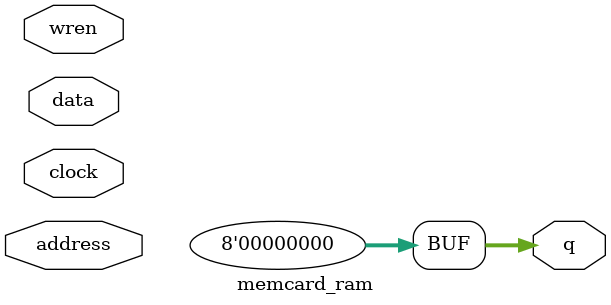
<source format=v>
module memcard_ram(	// file.cleaned.mlir:2:3
  input  [13:0] address,	// file.cleaned.mlir:2:29
  input         clock,	// file.cleaned.mlir:2:48
  input  [7:0]  data,	// file.cleaned.mlir:2:64
  input         wren,	// file.cleaned.mlir:2:79
  output [7:0]  q	// file.cleaned.mlir:2:95
);

  assign q = 8'h0;	// file.cleaned.mlir:3:14, :4:5
endmodule


</source>
